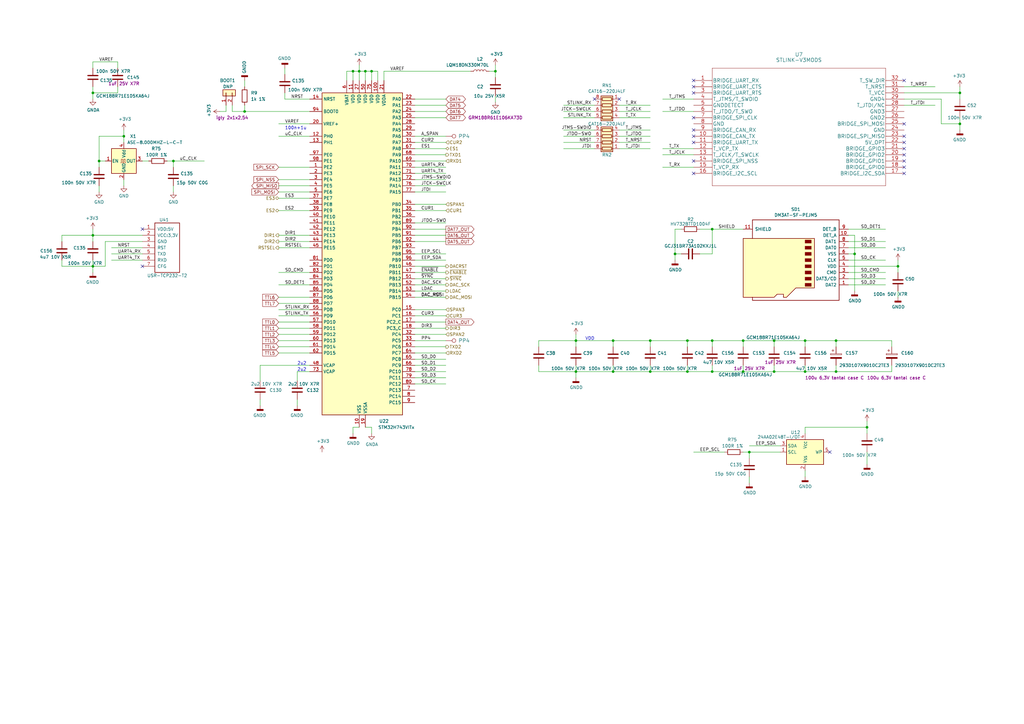
<source format=kicad_sch>
(kicad_sch (version 20230121) (generator eeschema)
  (paper "A3")
  (title_block (title "Compensation coils driver 3x3A for Kasli system") (date "2023-11-17") (rev "3_Artiq") (company "Nicolaus Copernicus University in Toruń") (comment 1 "KL FAMO") (comment 3 "designed by Adam Ledziński"))
  (junction (at 355.6 175.26))
  (junction (at 317.5 139.7))
  (junction (at 71.12 66.04))
  (junction (at 350.52 104.14))
  (junction (at 50.8 55.88))
  (junction (at 304.8 152.4))
  (junction (at 393.7 50.8))
  (junction (at 149.86 29.21))
  (junction (at 368.3 109.22))
  (junction (at 317.5 152.4))
  (junction (at 266.7 152.4))
  (junction (at 147.32 29.21))
  (junction (at 38.1 96.52))
  (junction (at 393.7 38.1))
  (junction (at 276.86 104.14))
  (junction (at 292.1 93.98))
  (junction (at 292.1 152.4))
  (junction (at 292.1 139.7))
  (junction (at 152.4 29.21))
  (junction (at 342.9 139.7))
  (junction (at 330.2 139.7))
  (junction (at 307.34 185.42))
  (junction (at 342.9 152.4))
  (junction (at 100.33 45.72))
  (junction (at 251.46 139.7))
  (junction (at 40.64 66.04))
  (junction (at 236.22 139.7))
  (junction (at 281.94 152.4))
  (junction (at 38.1 38.1))
  (junction (at 281.94 139.7))
  (junction (at 330.2 152.4))
  (junction (at 251.46 152.4))
  (junction (at 38.1 109.22))
  (junction (at 236.22 152.4))
  (junction (at 203.2 29.21))
  (junction (at 266.7 139.7))
  (junction (at 304.8 139.7))
  (junction (at 144.78 29.21))
  (no_connect (at 370.84 68.58))
  (no_connect (at 370.84 58.42))
  (no_connect (at 284.48 33.02))
  (no_connect (at 284.48 71.12))
  (no_connect (at 370.84 55.88))
  (no_connect (at 370.84 33.02))
  (no_connect (at 284.48 55.88))
  (no_connect (at 370.84 66.04))
  (no_connect (at 243.84 40.64))
  (no_connect (at 58.42 93.98))
  (no_connect (at 254 40.64))
  (no_connect (at 284.48 38.1))
  (no_connect (at 370.84 60.96))
  (no_connect (at 284.48 66.04))
  (no_connect (at 370.84 50.8))
  (no_connect (at 340.36 185.42))
  (no_connect (at 370.84 71.12))
  (no_connect (at 284.48 58.42))
  (no_connect (at 284.48 48.26))
  (no_connect (at 370.84 63.5))
  (no_connect (at 284.48 35.56))
  (no_connect (at 58.42 109.22))
  (no_connect (at 284.48 53.34))
  (wire (pts (xy 71.12 76.2) (xy 71.12 78.74)))
  (wire (pts (xy 170.18 66.04) (xy 182.88 66.04)))
  (wire (pts (xy 236.22 154.94) (xy 236.22 152.4)))
  (wire (pts (xy 152.4 29.21) (xy 149.86 29.21)))
  (wire (pts (xy 271.78 60.96) (xy 284.48 60.96)))
  (wire (pts (xy 43.18 109.22) (xy 38.1 109.22)))
  (wire (pts (xy 393.7 50.8) (xy 393.7 53.34)))
  (wire (pts (xy 95.25 45.72) (xy 95.25 43.18)))
  (wire (pts (xy 144.78 177.8) (xy 144.78 175.26)))
  (wire (pts (xy 365.76 152.4) (xy 365.76 149.86)))
  (wire (pts (xy 127 81.28) (xy 114.3 81.28)))
  (wire (pts (xy 127 144.78) (xy 114.3 144.78)))
  (wire (pts (xy 182.88 83.82) (xy 170.18 83.82)))
  (wire (pts (xy 200.66 29.21) (xy 203.2 29.21)))
  (wire (pts (xy 114.3 111.76) (xy 127 111.76)))
  (wire (pts (xy 106.68 149.86) (xy 106.68 156.21)))
  (wire (pts (xy 307.34 182.88) (xy 320.04 182.88)))
  (wire (pts (xy 236.22 152.4) (xy 236.22 149.86)))
  (wire (pts (xy 25.4 96.52) (xy 25.4 99.06)))
  (wire (pts (xy 38.1 111.76) (xy 38.1 109.22)))
  (wire (pts (xy 355.6 172.72) (xy 355.6 175.26)))
  (wire (pts (xy 330.2 195.58) (xy 330.2 193.04)))
  (wire (pts (xy 363.22 101.6) (xy 347.98 101.6)))
  (wire (pts (xy 220.98 152.4) (xy 220.98 149.86)))
  (wire (pts (xy 368.3 109.22) (xy 368.3 106.68)))
  (wire (pts (xy 43.18 99.06) (xy 43.18 109.22)))
  (wire (pts (xy 330.2 177.8) (xy 330.2 175.26)))
  (wire (pts (xy 251.46 139.7) (xy 251.46 142.24)))
  (wire (pts (xy 236.22 139.7) (xy 236.22 142.24)))
  (wire (pts (xy 170.18 55.88) (xy 182.88 55.88)))
  (wire (pts (xy 170.18 114.3) (xy 182.88 114.3)))
  (wire (pts (xy 114.3 129.54) (xy 127 129.54)))
  (wire (pts (xy 142.24 33.02) (xy 142.24 29.21)))
  (wire (pts (xy 231.14 45.72) (xy 243.84 45.72)))
  (wire (pts (xy 144.78 175.26) (xy 147.32 175.26)))
  (wire (pts (xy 292.1 93.98) (xy 292.1 104.14)))
  (wire (pts (xy 271.78 63.5) (xy 284.48 63.5)))
  (wire (pts (xy 370.84 38.1) (xy 393.7 38.1)))
  (wire (pts (xy 25.4 96.52) (xy 38.1 96.52)))
  (wire (pts (xy 40.64 55.88) (xy 50.8 55.88)))
  (wire (pts (xy 152.4 33.02) (xy 152.4 29.21)))
  (wire (pts (xy 231.14 58.42) (xy 243.84 58.42)))
  (wire (pts (xy 142.24 29.21) (xy 144.78 29.21)))
  (wire (pts (xy 127 132.08) (xy 114.3 132.08)))
  (wire (pts (xy 154.94 33.02) (xy 154.94 29.21)))
  (wire (pts (xy 127 121.92) (xy 114.3 121.92)))
  (wire (pts (xy 149.86 29.21) (xy 147.32 29.21)))
  (wire (pts (xy 254 43.18) (xy 266.7 43.18)))
  (wire (pts (xy 342.9 139.7) (xy 365.76 139.7)))
  (wire (pts (xy 58.42 66.04) (xy 60.96 66.04)))
  (wire (pts (xy 317.5 152.4) (xy 330.2 152.4)))
  (wire (pts (xy 386.08 40.64) (xy 386.08 50.8)))
  (wire (pts (xy 157.48 33.02) (xy 157.48 29.21)))
  (wire (pts (xy 236.22 139.7) (xy 236.22 137.16)))
  (wire (pts (xy 127 142.24) (xy 114.3 142.24)))
  (wire (pts (xy 154.94 29.21) (xy 152.4 29.21)))
  (wire (pts (xy 127 40.64) (xy 116.84 40.64)))
  (wire (pts (xy 170.18 121.92) (xy 182.88 121.92)))
  (wire (pts (xy 170.18 48.26) (xy 182.88 48.26)))
  (wire (pts (xy 347.98 96.52) (xy 350.52 96.52)))
  (wire (pts (xy 48.26 25.4) (xy 48.26 27.94)))
  (wire (pts (xy 48.26 38.1) (xy 48.26 35.56)))
  (wire (pts (xy 317.5 139.7) (xy 317.5 142.24)))
  (wire (pts (xy 182.88 86.36) (xy 170.18 86.36)))
  (wire (pts (xy 50.8 73.66) (xy 50.8 76.2)))
  (wire (pts (xy 38.1 109.22) (xy 38.1 106.68)))
  (wire (pts (xy 121.92 163.83) (xy 121.92 166.37)))
  (wire (pts (xy 292.1 152.4) (xy 292.1 149.86)))
  (wire (pts (xy 393.7 38.1) (xy 393.7 40.64)))
  (wire (pts (xy 40.64 76.2) (xy 40.64 78.74)))
  (wire (pts (xy 92.71 45.72) (xy 92.71 43.18)))
  (wire (pts (xy 231.14 60.96) (xy 243.84 60.96)))
  (wire (pts (xy 368.3 109.22) (xy 368.3 111.76)))
  (wire (pts (xy 114.3 96.52) (xy 127 96.52)))
  (wire (pts (xy 370.84 40.64) (xy 386.08 40.64)))
  (wire (pts (xy 170.18 71.12) (xy 182.88 71.12)))
  (wire (pts (xy 342.9 149.86) (xy 342.9 152.4)))
  (wire (pts (xy 370.84 43.18) (xy 383.54 43.18)))
  (wire (pts (xy 330.2 139.7) (xy 342.9 139.7)))
  (wire (pts (xy 127 139.7) (xy 114.3 139.7)))
  (wire (pts (xy 193.04 29.21) (xy 157.48 29.21)))
  (wire (pts (xy 363.22 114.3) (xy 347.98 114.3)))
  (wire (pts (xy 393.7 48.26) (xy 393.7 50.8)))
  (wire (pts (xy 266.7 152.4) (xy 281.94 152.4)))
  (wire (pts (xy 220.98 139.7) (xy 220.98 142.24)))
  (wire (pts (xy 231.14 43.18) (xy 243.84 43.18)))
  (wire (pts (xy 304.8 139.7) (xy 317.5 139.7)))
  (wire (pts (xy 363.22 116.84) (xy 347.98 116.84)))
  (wire (pts (xy 43.18 66.04) (xy 40.64 66.04)))
  (wire (pts (xy 106.68 149.86) (xy 127 149.86)))
  (wire (pts (xy 127 137.16) (xy 114.3 137.16)))
  (wire (pts (xy 170.18 144.78) (xy 182.88 144.78)))
  (wire (pts (xy 114.3 127) (xy 127 127)))
  (wire (pts (xy 363.22 99.06) (xy 347.98 99.06)))
  (wire (pts (xy 254 55.88) (xy 266.7 55.88)))
  (wire (pts (xy 170.18 139.7) (xy 182.88 139.7)))
  (wire (pts (xy 170.18 99.06) (xy 182.88 99.06)))
  (wire (pts (xy 281.94 139.7) (xy 292.1 139.7)))
  (wire (pts (xy 38.1 93.98) (xy 38.1 96.52)))
  (wire (pts (xy 350.52 104.14) (xy 347.98 104.14)))
  (wire (pts (xy 292.1 104.14) (xy 287.02 104.14)))
  (wire (pts (xy 182.88 119.38) (xy 170.18 119.38)))
  (wire (pts (xy 127 134.62) (xy 114.3 134.62)))
  (wire (pts (xy 58.42 99.06) (xy 43.18 99.06)))
  (wire (pts (xy 114.3 116.84) (xy 127 116.84)))
  (wire (pts (xy 271.78 45.72) (xy 284.48 45.72)))
  (wire (pts (xy 40.64 66.04) (xy 40.64 55.88)))
  (wire (pts (xy 266.7 139.7) (xy 266.7 142.24)))
  (wire (pts (xy 363.22 111.76) (xy 347.98 111.76)))
  (wire (pts (xy 254 53.34) (xy 266.7 53.34)))
  (wire (pts (xy 266.7 139.7) (xy 281.94 139.7)))
  (wire (pts (xy 182.88 137.16) (xy 170.18 137.16)))
  (wire (pts (xy 127 45.72) (xy 100.33 45.72)))
  (wire (pts (xy 330.2 175.26) (xy 355.6 175.26)))
  (wire (pts (xy 114.3 101.6) (xy 127 101.6)))
  (wire (pts (xy 292.1 93.98) (xy 304.8 93.98)))
  (wire (pts (xy 317.5 139.7) (xy 330.2 139.7)))
  (wire (pts (xy 182.88 73.66) (xy 170.18 73.66)))
  (wire (pts (xy 147.32 26.67) (xy 147.32 29.21)))
  (wire (pts (xy 121.92 152.4) (xy 127 152.4)))
  (wire (pts (xy 304.8 152.4) (xy 304.8 149.86)))
  (wire (pts (xy 355.6 185.42) (xy 355.6 190.5)))
  (wire (pts (xy 393.7 38.1) (xy 393.7 35.56)))
  (wire (pts (xy 38.1 27.94) (xy 38.1 25.4)))
  (wire (pts (xy 251.46 152.4) (xy 266.7 152.4)))
  (wire (pts (xy 40.64 66.04) (xy 40.64 68.58)))
  (wire (pts (xy 170.18 132.08) (xy 182.88 132.08)))
  (wire (pts (xy 116.84 30.48) (xy 116.84 27.94)))
  (wire (pts (xy 330.2 139.7) (xy 330.2 142.24)))
  (wire (pts (xy 304.8 139.7) (xy 304.8 142.24)))
  (wire (pts (xy 281.94 152.4) (xy 292.1 152.4)))
  (wire (pts (xy 254 48.26) (xy 266.7 48.26)))
  (wire (pts (xy 304.8 185.42) (xy 307.34 185.42)))
  (wire (pts (xy 182.88 78.74) (xy 170.18 78.74)))
  (wire (pts (xy 100.33 43.18) (xy 100.33 45.72)))
  (wire (pts (xy 307.34 185.42) (xy 320.04 185.42)))
  (wire (pts (xy 38.1 25.4) (xy 48.26 25.4)))
  (wire (pts (xy 25.4 109.22) (xy 25.4 106.68)))
  (wire (pts (xy 127 78.74) (xy 114.3 78.74)))
  (wire (pts (xy 100.33 33.02) (xy 100.33 35.56)))
  (wire (pts (xy 170.18 40.64) (xy 182.88 40.64)))
  (wire (pts (xy 363.22 106.68) (xy 347.98 106.68)))
  (wire (pts (xy 330.2 152.4) (xy 342.9 152.4)))
  (wire (pts (xy 170.18 68.58) (xy 182.88 68.58)))
  (wire (pts (xy 127 73.66) (xy 114.3 73.66)))
  (wire (pts (xy 304.8 152.4) (xy 317.5 152.4)))
  (wire (pts (xy 254 45.72) (xy 266.7 45.72)))
  (wire (pts (xy 251.46 139.7) (xy 266.7 139.7)))
  (wire (pts (xy 276.86 93.98) (xy 276.86 104.14)))
  (wire (pts (xy 45.72 101.6) (xy 58.42 101.6)))
  (wire (pts (xy 71.12 66.04) (xy 83.82 66.04)))
  (wire (pts (xy 203.2 26.67) (xy 203.2 29.21)))
  (wire (pts (xy 38.1 40.64) (xy 38.1 38.1)))
  (wire (pts (xy 170.18 147.32) (xy 182.88 147.32)))
  (wire (pts (xy 147.32 29.21) (xy 147.32 33.02)))
  (wire (pts (xy 231.14 48.26) (xy 243.84 48.26)))
  (wire (pts (xy 114.3 50.8) (xy 127 50.8)))
  (wire (pts (xy 127 86.36) (xy 114.3 86.36)))
  (wire (pts (xy 182.88 91.44) (xy 170.18 91.44)))
  (wire (pts (xy 170.18 149.86) (xy 182.88 149.86)))
  (wire (pts (xy 170.18 154.94) (xy 182.88 154.94)))
  (wire (pts (xy 203.2 29.21) (xy 203.2 31.75)))
  (wire (pts (xy 317.5 152.4) (xy 317.5 149.86)))
  (wire (pts (xy 170.18 60.96) (xy 182.88 60.96)))
  (wire (pts (xy 203.2 41.91) (xy 203.2 39.37)))
  (wire (pts (xy 144.78 33.02) (xy 144.78 29.21)))
  (wire (pts (xy 170.18 63.5) (xy 182.88 63.5)))
  (wire (pts (xy 271.78 40.64) (xy 284.48 40.64)))
  (wire (pts (xy 182.88 76.2) (xy 170.18 76.2)))
  (wire (pts (xy 170.18 96.52) (xy 182.88 96.52)))
  (wire (pts (xy 236.22 152.4) (xy 251.46 152.4)))
  (wire (pts (xy 254 60.96) (xy 266.7 60.96)))
  (wire (pts (xy 170.18 43.18) (xy 182.88 43.18)))
  (wire (pts (xy 365.76 142.24) (xy 365.76 139.7)))
  (wire (pts (xy 236.22 139.7) (xy 251.46 139.7)))
  (wire (pts (xy 170.18 157.48) (xy 182.88 157.48)))
  (wire (pts (xy 121.92 152.4) (xy 121.92 156.21)))
  (wire (pts (xy 127 124.46) (xy 114.3 124.46)))
  (wire (pts (xy 170.18 93.98) (xy 182.88 93.98)))
  (wire (pts (xy 170.18 116.84) (xy 182.88 116.84)))
  (wire (pts (xy 292.1 139.7) (xy 304.8 139.7)))
  (wire (pts (xy 355.6 175.26) (xy 355.6 177.8)))
  (wire (pts (xy 144.78 29.21) (xy 147.32 29.21)))
  (wire (pts (xy 50.8 55.88) (xy 50.8 58.42)))
  (wire (pts (xy 25.4 109.22) (xy 38.1 109.22)))
  (wire (pts (xy 38.1 96.52) (xy 38.1 99.06)))
  (wire (pts (xy 231.14 55.88) (xy 243.84 55.88)))
  (wire (pts (xy 347.98 93.98) (xy 363.22 93.98)))
  (wire (pts (xy 116.84 40.64) (xy 116.84 38.1)))
  (wire (pts (xy 149.86 33.02) (xy 149.86 29.21)))
  (wire (pts (xy 114.3 99.06) (xy 127 99.06)))
  (wire (pts (xy 236.22 152.4) (xy 220.98 152.4)))
  (wire (pts (xy 38.1 38.1) (xy 48.26 38.1)))
  (wire (pts (xy 342.9 152.4) (xy 365.76 152.4)))
  (wire (pts (xy 386.08 50.8) (xy 393.7 50.8)))
  (wire (pts (xy 347.98 109.22) (xy 368.3 109.22)))
  (wire (pts (xy 231.14 53.34) (xy 243.84 53.34)))
  (wire (pts (xy 114.3 76.2) (xy 127 76.2)))
  (wire (pts (xy 281.94 152.4) (xy 281.94 149.86)))
  (wire (pts (xy 350.52 96.52) (xy 350.52 104.14)))
  (wire (pts (xy 90.17 45.72) (xy 92.71 45.72)))
  (wire (pts (xy 307.34 195.58) (xy 307.34 198.12)))
  (wire (pts (xy 342.9 142.24) (xy 342.9 139.7)))
  (wire (pts (xy 170.18 111.76) (xy 182.88 111.76)))
  (wire (pts (xy 276.86 104.14) (xy 279.4 104.14)))
  (wire (pts (xy 182.88 109.22) (xy 170.18 109.22)))
  (wire (pts (xy 220.98 139.7) (xy 236.22 139.7)))
  (wire (pts (xy 307.34 185.42) (xy 307.34 187.96)))
  (wire (pts (xy 292.1 152.4) (xy 304.8 152.4)))
  (wire (pts (xy 68.58 66.04) (xy 71.12 66.04)))
  (wire (pts (xy 182.88 127) (xy 170.18 127)))
  (wire (pts (xy 182.88 129.54) (xy 170.18 129.54)))
  (wire (pts (xy 254 58.42) (xy 266.7 58.42)))
  (wire (pts (xy 292.1 142.24) (xy 292.1 139.7)))
  (wire (pts (xy 350.52 119.38) (xy 350.52 104.14)))
  (wire (pts (xy 370.84 35.56) (xy 383.54 35.56)))
  (wire (pts (xy 58.42 96.52) (xy 38.1 96.52)))
  (wire (pts (xy 251.46 152.4) (xy 251.46 149.86)))
  (wire (pts (xy 266.7 152.4) (xy 266.7 149.86)))
  (wire (pts (xy 279.4 93.98) (xy 276.86 93.98)))
  (wire (pts (xy 106.68 163.83) (xy 106.68 166.37)))
  (wire (pts (xy 287.02 93.98) (xy 292.1 93.98)))
  (wire (pts (xy 170.18 142.24) (xy 182.88 142.24)))
  (wire (pts (xy 170.18 106.68) (xy 182.88 106.68)))
  (wire (pts (xy 276.86 106.68) (xy 276.86 104.14)))
  (wire (pts (xy 170.18 152.4) (xy 182.88 152.4)))
  (wire (pts (xy 71.12 66.04) (xy 71.12 68.58)))
  (wire (pts (xy 50.8 53.34) (xy 50.8 55.88)))
  (wire (pts (xy 170.18 45.72) (xy 182.88 45.72)))
  (wire (pts (xy 182.88 58.42) (xy 170.18 58.42)))
  (wire (pts (xy 114.3 55.88) (xy 127 55.88)))
  (wire (pts (xy 284.48 185.42) (xy 297.18 185.42)))
  (wire (pts (xy 58.42 104.14) (xy 45.72 104.14)))
  (wire (pts (xy 152.4 177.8) (xy 152.4 175.26)))
  (wire (pts (xy 38.1 38.1) (xy 38.1 35.56)))
  (wire (pts (xy 100.33 45.72) (xy 95.25 45.72)))
  (wire (pts (xy 152.4 175.26) (xy 149.86 175.26)))
  (wire (pts (xy 182.88 134.62) (xy 170.18 134.62)))
  (wire (pts (xy 281.94 139.7) (xy 281.94 142.24)))
  (wire (pts (xy 170.18 104.14) (xy 182.88 104.14)))
  (wire (pts (xy 271.78 68.58) (xy 284.48 68.58)))
  (wire (pts (xy 127 68.58) (xy 114.3 68.58)))
  (wire (pts (xy 58.42 106.68) (xy 45.72 106.68)))
  (wire (pts (xy 368.3 119.38) (xy 368.3 121.92)))
  (wire (pts (xy 330.2 152.4) (xy 330.2 149.86)))
  (text "6" (at -41.91 38.1 0) (effects (font (size 1.27 1.27)) (justify left bottom)))
  (text "36" (at -43.18 114.3 0) (effects (font (size 1.27 1.27)) (justify left bottom)))
  (text "41" (at -43.18 127 0) (effects (font (size 1.27 1.27)) (justify left bottom)))
  (text "2u2" (at 121.92 152.4 0) (effects (font (size 1.27 1.27)) (justify left bottom)))
  (text "46" (at -43.18 139.7 0) (effects (font (size 1.27 1.27)) (justify left bottom)))
  (text "16" (at -43.18 63.5 0) (effects (font (size 1.27 1.27)) (justify left bottom)))
  (text "2u2" (at 121.92 149.86 0) (effects (font (size 1.27 1.27)) (justify left bottom)))
  (text "11" (at -43.18 50.8 0) (effects (font (size 1.27 1.27)) (justify left bottom)))
  (text "100n+1u" (at 116.84 53.34 0) (effects (font (size 1.27 1.27)) (justify left bottom)))
  (text "31" (at -43.18 101.6 0) (effects (font (size 1.27 1.27)) (justify left bottom)))
  (text "1" (at -41.91 25.4 0) (effects (font (size 1.27 1.27)) (justify left bottom)))
  (text "21" (at -43.18 76.2 0) (effects (font (size 1.27 1.27)) (justify left bottom)))
  (text "51" (at -43.18 152.4 0) (effects (font (size 1.27 1.27)) (justify left bottom)))
  (text "26" (at -43.18 88.9 0) (effects (font (size 1.27 1.27)) (justify left bottom)))
  (text "VDD" (at 240.03 139.7 0) (effects (font (size 1.27 1.27)) (justify left bottom)))
  (label "T_JTMS" (at 256.54 53.34 0))
  (label "~{ENABLE}" (at 172.72 111.76 0))
  (label "EEP_SDA" (at 172.72 106.68 0))
  (label "SD_CMD" (at 116.84 111.76 0))
  (label "STLINK_RX" (at 116.84 127 0))
  (label "DIR1" (at 116.84 96.52 0))
  (label "SD_CMD" (at 353.06 111.76 0))
  (label "T_JCLK" (at 274.32 63.5 0))
  (label "SD_D1" (at 172.72 149.86 0))
  (label "T_JCLK" (at 256.54 45.72 0))
  (label "STLINK_RX" (at 242.57 43.18 180))
  (label "~{SYNC}" (at 172.72 114.3 0))
  (label "CUR1" (at 172.72 86.36 0))
  (label "SD_CK" (at 172.72 157.48 0))
  (label "EEP_SCL" (at 287.02 185.42 0))
  (label "ES2" (at 116.84 86.36 0))
  (label "T_JTDI" (at 256.54 60.96 0))
  (label "SD_D0" (at 353.06 101.6 0))
  (label "LDAC" (at 172.72 119.38 0))
  (label "UART4_RX" (at 48.26 104.14 0))
  (label "JTDO-SWO" (at 172.72 91.44 0))
  (label "VAREF" (at 40.64 25.4 0))
  (label "T_JTDI" (at 373.38 43.18 0))
  (label "UART4_TX" (at 172.72 71.12 0))
  (label "SD_D3" (at 353.06 114.3 0))
  (label "T_TX" (at 274.32 60.96 0))
  (label "A_SPAN" (at 172.72 55.88 0))
  (label "VAREF" (at 160.02 29.21 0))
  (label "SD_DET1" (at 353.06 93.98 0))
  (label "T_NRST" (at 373.38 35.56 0))
  (label "DIR2" (at 116.84 99.06 0))
  (label "T_RX" (at 274.32 68.58 0))
  (label "T_RX" (at 256.54 43.18 0))
  (label "STLINK_TX" (at 116.84 129.54 0))
  (label "VAREF" (at 116.84 50.8 0))
  (label "SD_CK" (at 353.06 106.68 0))
  (label "JTDI" (at 242.57 60.96 180))
  (label "SD_D2" (at 353.06 116.84 0))
  (label "CUR2" (at 172.72 58.42 0))
  (label "RSTSEL" (at 116.84 101.6 0))
  (label "NRST" (at 48.26 101.6 0))
  (label "uC_CLK" (at 116.84 55.88 0))
  (label "SD_DET1" (at 116.84 116.84 0))
  (label "DAC_MOSI" (at 172.72 121.92 0))
  (label "JTMS-SWDIO" (at 172.72 73.66 0))
  (label "ES1" (at 172.72 60.96 0))
  (label "SHIELD" (at 294.64 93.98 0))
  (label "JTDI" (at 172.72 78.74 0))
  (label "SD_D3" (at 172.72 154.94 0))
  (label "STLINK_TX" (at 242.57 48.26 180))
  (label "DIR3" (at 172.72 134.62 0))
  (label "T_JTDO" (at 274.32 45.72 0))
  (label "SD_D1" (at 353.06 99.06 0))
  (label "T_JTDO" (at 256.54 55.88 0))
  (label "DAC_RST" (at 172.72 121.92 0))
  (label "JTCK-SWCLK" (at 242.57 45.72 180))
  (label "NRST" (at 119.38 40.64 0))
  (label "JTCK-SWCLK" (at 172.72 76.2 0))
  (label "CUR3" (at 172.72 129.54 0))
  (label "PP4" (at 172.72 139.7 0))
  (label "ES3" (at 116.84 81.28 0))
  (label "T_TX" (at 256.54 48.26 0))
  (label "UART4_TX" (at 48.26 106.68 0))
  (label "SD_D0" (at 172.72 147.32 0))
  (label "EEP_SDA" (at 309.88 182.88 0))
  (label "T_NRST" (at 256.54 58.42 0))
  (label "EEP_SCL" (at 172.72 104.14 0))
  (label "T_JTMS" (at 274.32 40.64 0))
  (label "NRST" (at 242.57 58.42 180))
  (label "SD_D2" (at 172.72 152.4 0))
  (label "JTDO-SWO" (at 242.57 55.88 180))
  (label "UART4_RX" (at 172.72 68.58 0))
  (label "DAC_SCK" (at 172.72 116.84 0))
  (label "uC_CLK" (at 73.66 66.04 0))
  (label "JTMS-SWDIO" (at 242.57 53.34 180))
  (global_label "TTL4" (shape input) (at 114.3 142.24 180) (property "Intersheetrefs" "${INTERSHEET_REFS}" (effects hide)))
  (global_label "SPI_MOSI" (shape input) (at 114.3 78.74 180) (property "Intersheetrefs" "${INTERSHEET_REFS}" (effects hide)))
  (global_label "TTL7" (shape input) (at 114.3 124.46 180) (property "Intersheetrefs" "${INTERSHEET_REFS}" (effects hide)))
  (global_label "DAT7" (shape bidirectional) (at 182.88 48.26 0) (property "Intersheetrefs" "${INTERSHEET_REFS}" (effects hide)))
  (global_label "TTL2" (shape input) (at 114.3 137.16 180) (property "Intersheetrefs" "${INTERSHEET_REFS}" (effects hide)))
  (global_label "TTL3" (shape input) (at 114.3 139.7 180) (property "Intersheetrefs" "${INTERSHEET_REFS}" (effects hide)))
  (global_label "TTL0" (shape input) (at 114.3 132.08 180) (property "Intersheetrefs" "${INTERSHEET_REFS}" (effects hide)))
  (global_label "DAT4_OUT" (shape output) (at 182.88 132.08 0) (property "Intersheetrefs" "${INTERSHEET_REFS}" (effects hide)))
  (global_label "TTL1" (shape input) (at 114.3 134.62 180) (property "Intersheetrefs" "${INTERSHEET_REFS}" (effects hide)))
  (global_label "DAT7_OUT" (shape output) (at 182.88 93.98 0) (property "Intersheetrefs" "${INTERSHEET_REFS}" (effects hide)))
  (global_label "DAT5_OUT" (shape output) (at 182.88 99.06 0) (property "Intersheetrefs" "${INTERSHEET_REFS}" (effects hide)))
  (global_label "TTL5" (shape input) (at 114.3 144.78 180) (property "Intersheetrefs" "${INTERSHEET_REFS}" (effects hide)))
  (global_label "DAT6" (shape bidirectional) (at 182.88 45.72 0) (property "Intersheetrefs" "${INTERSHEET_REFS}" (effects hide)))
  (global_label "SPI_NSS" (shape input) (at 114.3 73.66 180) (property "Intersheetrefs" "${INTERSHEET_REFS}" (effects hide)))
  (global_label "DAT4" (shape bidirectional) (at 182.88 40.64 0) (property "Intersheetrefs" "${INTERSHEET_REFS}" (effects hide)))
  (global_label "SPI_MISO" (shape output) (at 114.3 76.2 180) (property "Intersheetrefs" "${INTERSHEET_REFS}" (effects hide)))
  (global_label "DAT5" (shape bidirectional) (at 182.88 43.18 0) (property "Intersheetrefs" "${INTERSHEET_REFS}" (effects hide)))
  (global_label "TTL6" (shape input) (at 114.3 121.92 180) (property "Intersheetrefs" "${INTERSHEET_REFS}" (effects hide)))
  (global_label "SPI_SCK" (shape input) (at 114.3 68.58 180) (property "Intersheetrefs" "${INTERSHEET_REFS}" (effects hide)))
  (global_label "DAT6_OUT" (shape output) (at 182.88 96.52 0) (property "Intersheetrefs" "${INTERSHEET_REFS}" (effects hide)))
  (hierarchical_label "RXD1" (shape input) (at 182.88 66.04 0))
  (hierarchical_label "RXD2" (shape input) (at 182.88 144.78 0))
  (hierarchical_label "DIR2" (shape output) (at 114.3 99.06 180))
  (hierarchical_label "CUR3" (shape input) (at 182.88 129.54 0))
  (hierarchical_label "ES3" (shape bidirectional) (at 114.3 81.28 180))
  (hierarchical_label "CUR2" (shape input) (at 182.88 58.42 0))
  (hierarchical_label "~{ENABLE}" (shape output) (at 182.88 111.76 0))
  (hierarchical_label "TXD2" (shape output) (at 182.88 142.24 0))
  (hierarchical_label "SPAN3" (shape input) (at 182.88 127 0))
  (hierarchical_label "DACRST" (shape output) (at 182.88 109.22 0))
  (hierarchical_label "RSTSEL" (shape output) (at 114.3 101.6 180))
  (hierarchical_label "CUR1" (shape input) (at 182.88 86.36 0))
  (hierarchical_label "DAC_SCK" (shape output) (at 182.88 116.84 0))
  (hierarchical_label "DAC_MOSI" (shape output) (at 182.88 121.92 0))
  (hierarchical_label "LDAC" (shape output) (at 182.88 119.38 0))
  (hierarchical_label "ES2" (shape bidirectional) (at 114.3 86.36 180))
  (hierarchical_label "DIR3" (shape output) (at 182.88 134.62 0))
  (hierarchical_label "SPAN1" (shape input) (at 182.88 83.82 0))
  (hierarchical_label "~{SYNC}" (shape output) (at 182.88 114.3 0))
  (hierarchical_label "ES1" (shape bidirectional) (at 182.88 60.96 0))
  (hierarchical_label "DIR1" (shape output) (at 114.3 96.52 180))
  (hierarchical_label "SPAN2" (shape input) (at 182.88 137.16 0))
  (hierarchical_label "TXD1" (shape output) (at 182.88 63.5 0))
  (symbol (lib_id "power:+3V3") (at 132.08 185.42 0) (unit 1)
    (property "Reference" "#PWR093" (effects hide))
    (property "Value" "+3V3" (at 132.461 180.9242 0))
    (instances (project "nucleo_H743" (path "" (reference "#PWR093") (unit 1))) (project "current3x3A_Artiq" (path "" (reference "#PWR043") (unit 1))))
  )
  (symbol (lib_id "power:GNDD") (at 100.33 33.02 180) (unit 1)
    (property "Reference" "#PWR0143" (effects hide))
    (property "Value" "GNDD" (at 100.203 30.226 90) (effects (justify right)))
    (instances (project "nucleo_H743" (path "" (reference "#PWR0143") (unit 1))) (project "current3x3A_Artiq" (path "" (reference "#PWR039") (unit 1))))
  )
  (symbol (lib_id "power:GND") (at 50.8 76.2 0) (unit 1)
    (property "Reference" "#PWR036" (effects hide))
    (property "Value" "GND" (at 50.8 80.3355 0))
  )
  (symbol (lib_id "power:GNDD") (at 307.34 198.12 0) (unit 1)
    (property "Reference" "#PWR0155" (effects hide))
    (property "Value" "GNDD" (at 307.467 202.0824 0))
    (instances (project "nucleo_H743" (path "" (reference "#PWR0155") (unit 1))) (project "current3x3A_Artiq" (path "" (reference "#PWR051") (unit 1))))
  )
  (symbol (lib_id "power:+3V3") (at 38.1 93.98 0) (mirror y) (unit 1)
    (property "Reference" "#PWR0181" (effects hide))
    (property "Value" "+3V3" (at 37.719 89.4842 0))
    (instances (project "nucleo_H743" (path "" (reference "#PWR0181") (unit 1))) (project "current3x3A_Artiq" (path "" (reference "#PWR032") (unit 1))))
  )
  (symbol (lib_id "power:GNDD") (at 355.6 190.5 0) (unit 1)
    (property "Reference" "#PWR0155" (effects hide))
    (property "Value" "GNDD" (at 355.727 194.4624 0))
    (instances (project "nucleo_H743" (path "" (reference "#PWR0155") (unit 1))) (project "current3x3A_Artiq" (path "" (reference "#PWR055") (unit 1))))
  )
  (symbol (lib_id "Device:C") (at 355.6 181.61 0) (unit 1)
    (property "Reference" "C49" (at 358.521 180.4162 0) (effects (justify left)))
    (property "Value" "100n 50V X7R" (at 345.44 186.69 0) (effects (justify left)))
    (property "Footprint" "Capacitor_SMD:C_0603_1608Metric" (effects hide))
    (instances (project "current3x3A_Artiq" (path "" (reference "C49") (unit 1))) (project "c3Av2_A" (path "" (reference "C93") (unit 1)) (path "" (reference "C?") (unit 1))))
  )
  (symbol (lib_id "power:GNDD") (at 121.92 166.37 0) (mirror y) (unit 1)
    (property "Reference" "#PWR0138" (effects hide))
    (property "Value" "GNDD" (at 121.7676 170.3578 0))
    (instances (project "nucleo_H743" (path "" (reference "#PWR0138") (unit 1))) (project "current3x3A_Artiq" (path "" (reference "#PWR042") (unit 1))))
  )
  (symbol (lib_id "power:GNDD") (at 144.78 177.8 0) (unit 1)
    (property "Reference" "#PWR038" (effects hide))
    (property "Value" "GNDD" (at 144.907 181.7624 0))
    (instances (project "nucleo_H743" (path "" (reference "#PWR038") (unit 1))) (project "current3x3A_Artiq" (path "" (reference "#PWR044") (unit 1))))
  )
  (symbol (lib_id "Device:C") (at 251.46 146.05 0) (unit 1)
    (property "Reference" "C40" (at 254.381 144.8562 0) (effects (justify left)))
    (property "Value" "100n 50V X7R" (at 241.3 151.13 0) (effects (justify left)))
    (property "Footprint" "Capacitor_SMD:C_0603_1608Metric" (effects hide))
    (instances (project "current3x3A_Artiq" (path "" (reference "C40") (unit 1))) (project "c3Av2_A" (path "" (reference "C93") (unit 1)) (path "" (reference "C?") (unit 1))))
  )
  (symbol (lib_id "Device:C") (at 40.64 72.39 0) (mirror y) (unit 1)
    (property "Reference" "C135" (at 37.719 71.1962 0) (effects (justify left)))
    (property "Value" "100n 50V X7R" (at 39.37 74.93 0) (effects (justify left)))
    (property "Footprint" "Capacitor_SMD:C_0603_1608Metric" (effects hide))
    (instances (project "Cardio chair" (path "" (reference "C135") (unit 1))) (project "PID_FAMO_v2" (path "" (reference "C135") (unit 1)) (path "" (reference "C?") (unit 1))) (project "current3x3A_Artiq" (path "" (reference "C30") (unit 1))))
  )
  (symbol (lib_id "Device:C") (at 317.5 146.05 0) (unit 1)
    (property "Reference" "C154" (at 321.31 144.78 0) (effects (justify left)))
    (property "Value" "GCM188R71E105KA64J" (at 306.07 138.43 0) (effects (justify left)))
    (property "Footprint" "Capacitor_SMD:C_0603_1608Metric" (effects hide))
    (property "Comm" "1uF 25V X7R" (at 320.04 148.59 0))
    (instances (project "nucleo_H743" (path "" (reference "C154") (unit 1))) (project "current3x3A_Artiq" (path "" (reference "C46") (unit 1))))
  )
  (symbol (lib_id "c3Av2_A-rescue:Micro_SD_Card_Det-Connector") (at 325.12 106.68 180) (unit 1)
    (property "Reference" "SD1" (at 326.39 85.852 0))
    (property "Value" "DM3AT-SF-PEJM5" (at 326.39 88.2142 0))
    (property "Footprint" "Connector_Card:microSD_HC_Hirose_DM3AT-SF-PEJM5" (effects hide))
    (property "Datasheet" "https://www.hirose.com/product/document?clcode=CL0609-0033-6-00&productname=DM3AT-SF-PEJ2M5&series=DM3&documenttype=Catalog&lang=en&documentid=D49662_en" (effects hide))
  )
  (symbol (lib_id "Memory_EEPROM:24AA02-OT") (at 330.2 185.42 0) (mirror y) (unit 1)
    (property "Reference" "U12" (at 328.2441 177.3301 0) (effects (justify left)))
    (property "Value" "24AA02E48T-I/OT" (at 328.2441 179.2511 0) (effects (justify left)))
    (property "Footprint" "Package_TO_SOT_SMD:SOT-23-5" (effects hide))
    (property "Datasheet" "https://ww1.microchip.com/downloads/en/DeviceDoc/24AA02E48-24AA025E48-24AA02E64-24AA025E64-Data-Sheet-20002124H.pdf" (effects hide))
    (instances (project "current3x3A_Artiq" (path "" (reference "U12") (unit 1)) (path "" (reference "U8") (unit 1))))
  )
  (symbol (lib_id "Device:R") (at 300.99 185.42 90) (unit 1)
    (property "Reference" "R75" (at 302.26 180.34 90) (effects (justify left)))
    (property "Value" "100R 1%" (at 304.8 182.88 90) (effects (justify left)))
    (property "Footprint" "Resistor_SMD:R_0603_1608Metric" (effects hide))
    (instances (project "Cardio chair" (path "" (reference "R75") (unit 1))) (project "PID_FAMO_v2" (path "" (reference "R75") (unit 1))) (project "current3x3A_Artiq" (path "" (reference "R10") (unit 1))))
  )
  (symbol (lib_id "power:GND") (at 203.2 41.91 0) (unit 1)
    (property "Reference" "#PWR05" (effects hide))
    (property "Value" "GND" (at 203.2 46.0455 0))
  )
  (symbol (lib_id "power:+3V3") (at 368.3 106.68 0) (unit 1)
    (property "Reference" "#PWR056" (effects hide))
    (property "Value" "+3V3" (at 368.681 102.1842 0))
    (instances (project "current3x3A_Artiq" (path "" (reference "#PWR056") (unit 1))) (project "c3Av2_A" (path "" (reference "#PWR0166") (unit 1))))
  )
  (symbol (lib_id "Device:C") (at 25.4 102.87 0) (mirror y) (unit 1)
    (property "Reference" "C156" (at 21.59 102.87 0) (effects (justify left)))
    (property "Value" "4u7 10V X5R" (at 29.21 105.41 0) (effects (justify left)))
    (property "Footprint" "Capacitor_SMD:C_0603_1608Metric" (effects hide))
    (instances (project "nucleo_H743" (path "" (reference "C156") (unit 1))) (project "current3x3A_Artiq" (path "" (reference "C27") (unit 1))))
  )
  (symbol (lib_id "power:GNDD") (at 236.22 154.94 0) (unit 1)
    (property "Reference" "#PWR0155" (effects hide))
    (property "Value" "GNDD" (at 236.347 158.9024 0))
    (instances (project "nucleo_H743" (path "" (reference "#PWR0155") (unit 1))) (project "current3x3A_Artiq" (path "" (reference "#PWR050") (unit 1))))
  )
  (symbol (lib_id "Device:C") (at 307.34 191.77 0) (mirror y) (unit 1)
    (property "Reference" "C135" (at 304.419 190.5762 0) (effects (justify left)))
    (property "Value" "15p 50V C0G" (at 306.07 194.31 0) (effects (justify left)))
    (property "Footprint" "Capacitor_SMD:C_0603_1608Metric" (effects hide))
    (instances (project "Cardio chair" (path "" (reference "C135") (unit 1))) (project "PID_FAMO_v2" (path "" (reference "C135") (unit 1)) (path "" (reference "C?") (unit 1))) (project "current3x3A_Artiq" (path "" (reference "C44") (unit 1))))
  )
  (symbol (lib_id "power:GNDD") (at 116.84 27.94 180) (unit 1)
    (property "Reference" "#PWR0147" (effects hide))
    (property "Value" "GNDD" (at 116.6876 23.9522 0))
    (instances (project "nucleo_H743" (path "" (reference "#PWR0147") (unit 1))) (project "current3x3A_Artiq" (path "" (reference "#PWR041") (unit 1))))
  )
  (symbol (lib_id "power:GND") (at 71.12 78.74 0) (unit 1)
    (property "Reference" "#PWR037" (effects hide))
    (property "Value" "GND" (at 71.12 82.8755 0))
  )
  (symbol (lib_id "power:GNDD") (at 276.86 106.68 0) (unit 1)
    (property "Reference" "#PWR0155" (effects hide))
    (property "Value" "GNDD" (at 276.987 110.6424 0))
    (instances (project "nucleo_H743" (path "" (reference "#PWR0155") (unit 1))) (project "current3x3A_Artiq" (path "" (reference "#PWR0140") (unit 1))))
  )
  (symbol (lib_id "MCU_ST_STM32H7:STM32H743VITx") (at 147.32 104.14 0) (unit 1)
    (property "Reference" "U22" (at 157.48 172.72 0))
    (property "Value" "STM32H743VITx" (at 162.56 175.26 0))
    (property "Footprint" "Package_QFP:LQFP-100_14x14mm_P0.5mm" (effects hide))
    (property "Datasheet" "https://www.st.com/resource/en/datasheet/stm32h743vi.pdf" (effects hide))
    (instances (project "nucleo_H743" (path "" (reference "U22") (unit 1))) (project "current3x3A_Artiq" (path "" (reference "U6") (unit 1))))
  )
  (symbol (lib_id "ff:STLINK-V3MODS") (at 284.48 33.02 0) (unit 1)
    (property "Reference" "U7" (at 327.66 22.3662 0) (effects (font (size 1.524 1.524))))
    (property "Value" "STLINK-V3MODS" (at 327.66 24.6204 0) (effects (font (size 1.524 1.524))))
    (property "Footprint" "ff_lib_7:STLINK-V3MODS" (effects hide))
    (property "Datasheet" "https://www.st.com/content/ccc/resource/technical/document/user_manual/group1/00/14/17/68/0f/01/48/01/DM00555046/files/DM00555046.pdf/jcr:content/translations/en.DM00555046.pdf" (effects hide))
  )
  (symbol (lib_id "power:GNDD") (at 393.7 53.34 0) (mirror y) (unit 1)
    (property "Reference" "#PWR0185" (effects hide))
    (property "Value" "GNDD" (at 393.573 57.3024 0))
    (instances (project "nucleo_H743" (path "" (reference "#PWR0185") (unit 1))) (project "current3x3A_Artiq" (path "" (reference "#PWR059") (unit 1))))
  )
  (symbol (lib_id "power:GNDD") (at 368.3 121.92 0) (unit 1)
    (property "Reference" "#PWR057" (effects hide))
    (property "Value" "GNDD" (at 368.427 125.8824 0))
    (instances (project "current3x3A_Artiq" (path "" (reference "#PWR057") (unit 1))) (project "c3Av2_A" (path "" (reference "#PWR0167") (unit 1))))
  )
  (symbol (lib_id "nucleo_H743-rescue:+3.3V-power") (at 203.2 26.67 0) (unit 1)
    (property "Reference" "#PWR05" (effects hide))
    (property "Value" "+3.3V" (at 203.581 22.1742 0))
    (instances (project "nucleo_H743" (path "" (reference "#PWR05") (unit 1))) (project "current3x3A_Artiq" (path "" (reference "#PWR047") (unit 1))))
  )
  (symbol (lib_id "power:GNDA") (at 152.4 177.8 0) (unit 1)
    (property "Reference" "#PWR094" (effects hide))
    (property "Value" "GNDA" (at 152.527 182.2958 0))
    (instances (project "nucleo_H743" (path "" (reference "#PWR094") (unit 1))) (project "current3x3A_Artiq" (path "" (reference "#PWR046") (unit 1))))
  )
  (symbol (lib_id "Connector:TestPoint") (at 182.88 55.88 270) (unit 1)
    (property "Reference" "PP4" (at 187.96 55.88 90) (effects (font (size 1.524 1.524)) (justify left)))
    (property "Value" "PAD" (effects hide))
    (property "Footprint" "TestPoint:TestPoint_THTPad_1.5x1.5mm_Drill0.7mm" (effects hide))
    (instances (project "c100AvA" (path "" (reference "PP4") (unit 1))) (project "current3x3A_Artiq" (path "" (reference "PP3") (unit 1)) (path "" (reference "PP3") (unit 1)) (path "" (reference "A_SPAN1") (unit 1))))
  )
  (symbol (lib_id "Device:C") (at 283.21 104.14 90) (unit 1)
    (property "Reference" "C2" (at 283.21 98.9711 90))
    (property "Value" "GCJ31BR73A102KXJ1L" (at 283.21 100.8921 90))
    (property "Footprint" "Capacitor_SMD:C_1206_3216Metric" (effects hide))
    (instances (project "current3x3A_Artiq" (path "" (reference "C2") (unit 1)) (path "" (reference "C20") (unit 1))))
  )
  (symbol (lib_id "Connector_Generic:Conn_01x02") (at 92.71 38.1 90) (unit 1)
    (property "Reference" "BOOT1" (at 90.17 33.02 90) (effects (justify right)))
    (property "Value" "DNP" (at 91.44 35.56 90) (effects (justify right)))
    (property "Footprint" "Connector_PinHeader_2.54mm:PinHeader_1x02_P2.54mm_Vertical" (effects hide))
    (property "Comm" "igły 2x1x2,54" (at 95.25 48.26 90))
    (instances (project "nucleo_H743" (path "" (reference "BOOT1") (unit 1))) (project "current3x3A_Artiq" (path "" (reference "BOOT0") (unit 1))))
  )
  (symbol (lib_id "Device:R") (at 64.77 66.04 90) (unit 1)
    (property "Reference" "R75" (at 66.04 60.96 90) (effects (justify left)))
    (property "Value" "100R 1%" (at 68.58 63.5 90) (effects (justify left)))
    (property "Footprint" "Resistor_SMD:R_0603_1608Metric" (effects hide))
    (instances (project "Cardio chair" (path "" (reference "R75") (unit 1))) (project "PID_FAMO_v2" (path "" (reference "R75") (unit 1))) (project "current3x3A_Artiq" (path "" (reference "R8") (unit 1))))
  )
  (symbol (lib_id "nucleo_H743-rescue:CP-Device") (at 342.9 146.05 0) (unit 1)
    (property "Reference" "C157" (at 346.71 144.78 0) (effects (justify left)))
    (property "Value" "293D107X9010C2TE3" (at 344.17 149.86 0) (effects (justify left)))
    (property "Footprint" "Capacitor_Tantalum_SMD:CP_EIA-7132-28_AVX-C" (effects hide))
    (property "Comm" "100u 6,3V tantal case C" (at 330.2 154.94 0) (effects (justify left)))
    (instances (project "nucleo_H743" (path "" (reference "C157") (unit 1))) (project "current3x3A_Artiq" (path "" (reference "C48") (unit 1))))
  )
  (symbol (lib_id "Connector:TestPoint") (at 182.88 139.7 270) (unit 1)
    (property "Reference" "PP4" (at 187.96 139.7 90) (effects (font (size 1.524 1.524)) (justify left)))
    (property "Value" "PAD" (effects hide))
    (property "Footprint" "TestPoint:TestPoint_THTPad_1.5x1.5mm_Drill0.7mm" (effects hide))
    (instances (project "c100AvA" (path "" (reference "PP4") (unit 1))) (project "current3x3A_Artiq" (path "" (reference "PP3") (unit 1)) (path "" (reference "PP3") (unit 1)) (path "" (reference "PP4") (unit 1))))
  )
  (symbol (lib_id "Device:C") (at 281.94 146.05 0) (unit 1)
    (property "Reference" "C42" (at 284.861 144.8562 0) (effects (justify left)))
    (property "Value" "100n 50V X7R" (at 271.78 151.13 0) (effects (justify left)))
    (property "Footprint" "Capacitor_SMD:C_0603_1608Metric" (effects hide))
    (instances (project "current3x3A_Artiq" (path "" (reference "C42") (unit 1))) (project "c3Av2_A" (path "" (reference "C93") (unit 1)) (path "" (reference "C?") (unit 1))))
  )
  (symbol (lib_id "nucleo_H743-rescue:+3.3V-power") (at 147.32 26.67 0) (unit 1)
    (property "Reference" "#PWR0148" (effects hide))
    (property "Value" "+3.3V" (at 147.701 22.1742 0))
    (instances (project "nucleo_H743" (path "" (reference "#PWR0148") (unit 1))) (project "current3x3A_Artiq" (path "" (reference "#PWR045") (unit 1))))
  )
  (symbol (lib_id "Device:C") (at 368.3 115.57 0) (unit 1)
    (property "Reference" "C50" (at 371.221 114.3762 0) (effects (justify left)))
    (property "Value" "100n 50V X7R" (at 358.14 120.65 0) (effects (justify left)))
    (property "Footprint" "Capacitor_SMD:C_0603_1608Metric" (effects hide))
    (instances (project "current3x3A_Artiq" (path "" (reference "C50") (unit 1))) (project "c3Av2_A" (path "" (reference "C93") (unit 1)) (path "" (reference "C?") (unit 1))))
  )
  (symbol (lib_id "Device:C") (at 304.8 146.05 0) (unit 1)
    (property "Reference" "C153" (at 308.61 144.78 0) (effects (justify left)))
    (property "Value" "GCM188R71E105KA64J" (at 294.64 153.67 0) (effects (justify left)))
    (property "Footprint" "Capacitor_SMD:C_0603_1608Metric" (effects hide))
    (property "Comm" "1uF 25V X7R" (at 307.34 151.13 0))
    (instances (project "nucleo_H743" (path "" (reference "C153") (unit 1))) (project "current3x3A_Artiq" (path "" (reference "C45") (unit 1))))
  )
  (symbol (lib_id "power:+3V3") (at 355.6 172.72 0) (unit 1)
    (property "Reference" "#PWR0152" (effects hide))
    (property "Value" "+3V3" (at 355.981 168.2242 0))
    (instances (project "nucleo_H743" (path "" (reference "#PWR0152") (unit 1))) (project "current3x3A_Artiq" (path "" (reference "#PWR054") (unit 1))))
  )
  (symbol (lib_id "ff:USR-TCP232-T2") (at 68.58 101.6 0) (mirror x) (unit 1)
    (property "Reference" "U41" (at 67.31 90.17 0))
    (property "Value" "USR-TCP232-T2" (at 68.58 113.03 0))
    (property "Footprint" "ff_lib_7:USR-TC232-T2" (effects hide))
    (instances (project "nucleo_H743" (path "" (reference "U41") (unit 1))) (project "current3x3A_Artiq" (path "" (reference "U5") (unit 1))))
  )
  (symbol (lib_id "Device:C") (at 38.1 31.75 0) (mirror x) (unit 1)
    (property "Reference" "C135" (at 41.021 32.9438 0) (effects (justify left)))
    (property "Value" "100n 50V X7R" (at 39.37 29.21 0) (effects (justify left)))
    (property "Footprint" "Capacitor_SMD:C_0603_1608Metric" (effects hide))
    (instances (project "Cardio chair" (path "" (reference "C135") (unit 1))) (project "PID_FAMO_v2" (path "" (reference "C135") (unit 1)) (path "" (reference "C?") (unit 1))) (project "current3x3A_Artiq" (path "" (reference "C28") (unit 1))))
  )
  (symbol (lib_id "Device:R") (at 100.33 39.37 0) (unit 1)
    (property "Reference" "R9" (at 102.87 38.1 0) (effects (justify left)))
    (property "Value" "1k 1%" (at 102.87 40.64 0) (effects (justify left)))
    (property "Footprint" "Resistor_SMD:R_0603_1608Metric" (effects hide))
  )
  (symbol (lib_id "power:+3V3") (at 236.22 137.16 0) (unit 1)
    (property "Reference" "#PWR0152" (effects hide))
    (property "Value" "+3V3" (at 236.601 132.6642 0))
    (instances (project "nucleo_H743" (path "" (reference "#PWR0152") (unit 1))) (project "current3x3A_Artiq" (path "" (reference "#PWR049") (unit 1))))
  )
  (symbol (lib_id "Device:C") (at 71.12 72.39 0) (unit 1)
    (property "Reference" "C135" (at 74.041 71.1962 0) (effects (justify left)))
    (property "Value" "15p 50V C0G" (at 72.39 74.93 0) (effects (justify left)))
    (property "Footprint" "Capacitor_SMD:C_0603_1608Metric" (effects hide))
    (instances (project "Cardio chair" (path "" (reference "C135") (unit 1))) (project "PID_FAMO_v2" (path "" (reference "C135") (unit 1)) (path "" (reference "C?") (unit 1))) (project "current3x3A_Artiq" (path "" (reference "C32") (unit 1))))
  )
  (symbol (lib_id "Device:C") (at 48.26 31.75 0) (unit 1)
    (property "Reference" "C145" (at 52.07 31.75 0) (effects (justify left)))
    (property "Value" "GCM188R71E105KA64J" (at 39.37 39.37 0) (effects (justify left)))
    (property "Footprint" "Capacitor_SMD:C_0603_1608Metric" (effects hide))
    (property "Comm" "1uF 25V X7R" (at 50.8 34.29 0))
    (instances (project "nucleo_H743" (path "" (reference "C145") (unit 1))) (project "current3x3A_Artiq" (path "" (reference "C31") (unit 1))))
  )
  (symbol (lib_id "Device:C") (at 266.7 146.05 0) (unit 1)
    (property "Reference" "C41" (at 269.621 144.8562 0) (effects (justify left)))
    (property "Value" "100n 50V X7R" (at 256.54 151.13 0) (effects (justify left)))
    (property "Footprint" "Capacitor_SMD:C_0603_1608Metric" (effects hide))
    (instances (project "current3x3A_Artiq" (path "" (reference "C41") (unit 1))) (project "c3Av2_A" (path "" (reference "C93") (unit 1)) (path "" (reference "C?") (unit 1))))
  )
  (symbol (lib_id "power:+3V3") (at 50.8 53.34 0) (unit 1)
    (property "Reference" "#PWR0138" (effects hide))
    (property "Value" "+3V3" (at 51.181 48.8442 0))
    (instances (project "Cardio chair" (path "" (reference "#PWR0138") (unit 1))) (project "PID_FAMO_v2" (path "" (reference "#PWR0138") (unit 1))) (project "current3x3A_Artiq" (path "" (reference "#PWR035") (unit 1))))
  )
  (symbol (lib_id "Device:C") (at 121.92 160.02 0) (mirror x) (unit 1)
    (property "Reference" "C132" (at 125.73 160.02 0) (effects (justify left)))
    (property "Value" "2u2 10V X7R" (at 118.11 157.48 0) (effects (justify left)))
    (property "Footprint" "Capacitor_SMD:C_0603_1608Metric" (effects hide))
    (instances (project "nucleo_H743" (path "" (reference "C132") (unit 1))) (project "current3x3A_Artiq" (path "" (reference "C35") (unit 1))))
  )
  (symbol (lib_id "Device:C") (at 236.22 146.05 0) (unit 1)
    (property "Reference" "C39" (at 239.141 144.8562 0) (effects (justify left)))
    (property "Value" "100n 50V X7R" (at 226.06 151.13 0) (effects (justify left)))
    (property "Footprint" "Capacitor_SMD:C_0603_1608Metric" (effects hide))
    (instances (project "current3x3A_Artiq" (path "" (reference "C39") (unit 1))) (project "c3Av2_A" (path "" (reference "C93") (unit 1)) (path "" (reference "C?") (unit 1))))
  )
  (symbol (lib_id "power:GNDD") (at 330.2 195.58 0) (unit 1)
    (property "Reference" "#PWR0155" (effects hide))
    (property "Value" "GNDD" (at 330.327 199.5424 0))
    (instances (project "nucleo_H743" (path "" (reference "#PWR0155") (unit 1))) (project "current3x3A_Artiq" (path "" (reference "#PWR052") (unit 1))))
  )
  (symbol (lib_id "Device:R_Pack04") (at 248.92 45.72 90) (mirror x) (unit 1)
    (property "Reference" "RN1" (at 248.92 35.052 90))
    (property "Value" "CAT16-220J4LF" (at 248.92 37.4142 90))
    (property "Footprint" "Resistor_SMD:R_Array_Concave_4x0603" (effects hide))
  )
  (symbol (lib_id "power:GND") (at 40.64 78.74 0) (unit 1)
    (property "Reference" "#PWR034" (effects hide))
    (property "Value" "GND" (at 40.64 82.8755 0))
  )
  (symbol (lib_id "nucleo_H743-rescue:CP-Device") (at 365.76 146.05 0) (unit 1)
    (property "Reference" "C160" (at 369.57 144.78 0) (effects (justify left)))
    (property "Value" "293D107X9010C2TE3" (at 367.03 149.86 0) (effects (justify left)))
    (property "Footprint" "Capacitor_Tantalum_SMD:CP_EIA-7132-28_AVX-C" (effects hide))
    (property "Comm" "100u 6,3V tantal case C" (at 355.6 154.94 0) (effects (justify left)))
    (instances (project "nucleo_H743" (path "" (reference "C160") (unit 1))) (project "current3x3A_Artiq" (path "" (reference "C51") (unit 1))))
  )
  (symbol (lib_id "power:GNDD") (at 106.68 166.37 0) (mirror y) (unit 1)
    (property "Reference" "#PWR0137" (effects hide))
    (property "Value" "GNDD" (at 106.5276 170.3578 0))
    (instances (project "nucleo_H743" (path "" (reference "#PWR0137") (unit 1))) (project "current3x3A_Artiq" (path "" (reference "#PWR040") (unit 1))))
  )
  (symbol (lib_id "Device:C") (at 38.1 102.87 0) (mirror y) (unit 1)
    (property "Reference" "C135" (at 35.179 101.6762 0) (effects (justify left)))
    (property "Value" "100n 50V X7R" (at 41.91 107.95 0) (effects (justify left)))
    (property "Footprint" "Capacitor_SMD:C_0603_1608Metric" (effects hide))
    (instances (project "Cardio chair" (path "" (reference "C135") (unit 1))) (project "PID_FAMO_v2" (path "" (reference "C135") (unit 1)) (path "" (reference "C?") (unit 1))) (project "current3x3A_Artiq" (path "" (reference "C29") (unit 1))))
  )
  (symbol (lib_id "Device:C") (at 330.2 146.05 0) (unit 1)
    (property "Reference" "C156" (at 334.01 144.78 0) (effects (justify left)))
    (property "Value" "4u7 10V X5R" (at 326.39 151.13 0) (effects (justify left)))
    (property "Footprint" "Capacitor_SMD:C_0603_1608Metric" (effects hide))
    (instances (project "nucleo_H743" (path "" (reference "C156") (unit 1))) (project "current3x3A_Artiq" (path "" (reference "C47") (unit 1))))
  )
  (symbol (lib_id "power:GNDD") (at 38.1 111.76 0) (mirror y) (unit 1)
    (property "Reference" "#PWR0182" (effects hide))
    (property "Value" "GNDD" (at 37.973 115.7224 0))
    (instances (project "nucleo_H743" (path "" (reference "#PWR0182") (unit 1))) (project "current3x3A_Artiq" (path "" (reference "#PWR033") (unit 1))))
  )
  (symbol (lib_id "Device:R_Pack04") (at 248.92 55.88 90) (unit 1)
    (property "Reference" "RN2" (at 248.92 63.5 90))
    (property "Value" "CAT16-220J4LF" (at 248.92 50.8 90))
    (property "Footprint" "Resistor_SMD:R_Array_Concave_4x0603" (effects hide))
  )
  (symbol (lib_id "Device:C") (at 292.1 146.05 0) (unit 1)
    (property "Reference" "C156" (at 295.91 144.78 0) (effects (justify left)))
    (property "Value" "4u7 10V X5R" (at 288.29 148.59 0) (effects (justify left)))
    (property "Footprint" "Capacitor_SMD:C_0603_1608Metric" (effects hide))
    (instances (project "nucleo_H743" (path "" (reference "C156") (unit 1))) (project "current3x3A_Artiq" (path "" (reference "C43") (unit 1))))
  )
  (symbol (lib_id "Device:C") (at 220.98 146.05 0) (unit 1)
    (property "Reference" "C38" (at 223.901 144.8562 0) (effects (justify left)))
    (property "Value" "100n 50V X7R" (effects hide))
    (property "Footprint" "Capacitor_SMD:C_0603_1608Metric" (effects hide))
    (instances (project "current3x3A_Artiq" (path "" (reference "C38") (unit 1))) (project "c3Av2_A" (path "" (reference "C93") (unit 1)) (path "" (reference "C?") (unit 1))))
  )
  (symbol (lib_id "power:GNDD") (at 350.52 119.38 0) (unit 1)
    (property "Reference" "#PWR053" (effects hide))
    (property "Value" "GNDD" (at 350.647 123.3424 0))
    (instances (project "current3x3A_Artiq" (path "" (reference "#PWR053") (unit 1))) (project "c3Av2_A" (path "" (reference "#PWR0164") (unit 1))))
  )
  (symbol (lib_id "power:+3V3") (at 90.17 45.72 90) (unit 1)
    (property "Reference" "#PWR0145" (effects hide))
    (property "Value" "+3V3" (at 85.6742 45.339 0))
    (instances (project "nucleo_H743" (path "" (reference "#PWR0145") (unit 1))) (project "current3x3A_Artiq" (path "" (reference "#PWR038") (unit 1))))
  )
  (symbol (lib_id "Device:C") (at 116.84 34.29 0) (unit 1)
    (property "Reference" "C135" (at 119.761 33.0962 0) (effects (justify left)))
    (property "Value" "100n 50V X7R" (at 118.11 36.83 0) (effects (justify left)))
    (property "Footprint" "Capacitor_SMD:C_0603_1608Metric" (effects hide))
    (instances (project "Cardio chair" (path "" (reference "C135") (unit 1))) (project "PID_FAMO_v2" (path "" (reference "C135") (unit 1)) (path "" (reference "C?") (unit 1))) (project "current3x3A_Artiq" (path "" (reference "C34") (unit 1))))
  )
  (symbol (lib_id "Oscillator:ASE-xxxMHz") (at 50.8 66.04 0) (unit 1)
    (property "Reference" "X1" (at 54.61 55.88 0))
    (property "Value" "ASE-8.000MHZ-L-C-T" (at 63.5 58.42 0))
    (property "Footprint" "ff_lib_7:Oscillator_SMD_Abracon_ASE-4Pin_3.2x2.5mm" (effects hide))
    (property "Datasheet" "http://www.abracon.com/Oscillators/ASV.pdf" (effects hide))
  )
  (symbol (lib_id "power:+3V3") (at 393.7 35.56 0) (mirror y) (unit 1)
    (property "Reference" "#PWR0184" (effects hide))
    (property "Value" "+3V3" (at 393.319 31.0642 0))
    (instances (project "nucleo_H743" (path "" (reference "#PWR0184") (unit 1))) (project "current3x3A_Artiq" (path "" (reference "#PWR058") (unit 1))))
  )
  (symbol (lib_id "Device:C") (at 106.68 160.02 0) (mirror x) (unit 1)
    (property "Reference" "C130" (at 110.49 160.02 0) (effects (justify left)))
    (property "Value" "2u2 10V X7R" (at 102.87 157.48 0) (effects (justify left)))
    (property "Footprint" "Capacitor_SMD:C_0603_1608Metric" (effects hide))
    (instances (project "nucleo_H743" (path "" (reference "C130") (unit 1))) (project "current3x3A_Artiq" (path "" (reference "C33") (unit 1))))
  )
  (symbol (lib_id "power:GNDA") (at 38.1 40.64 0) (unit 1)
    (property "Reference" "#PWR0151" (effects hide))
    (property "Value" "GNDA" (at 38.227 45.1358 0))
    (instances (project "nucleo_H743" (path "" (reference "#PWR0151") (unit 1))) (project "current3x3A_Artiq" (path "" (reference "#PWR031") (unit 1))))
  )
  (symbol (lib_id "Device:R") (at 283.21 93.98 90) (unit 1)
    (property "Reference" "R2" (at 283.21 89.9541 90))
    (property "Value" "HV732BTTD1004F" (at 283.21 91.8751 90))
    (property "Footprint" "Resistor_SMD:R_1206_3216Metric" (effects hide))
    (instances (project "current3x3A_Artiq" (path "" (reference "R2") (unit 1)) (path "" (reference "R32") (unit 1))))
  )
  (symbol (lib_id "Device:C") (at 203.2 35.56 0) (unit 1)
    (property "Reference" "C2" (at 195.58 35.56 0) (effects (justify left)))
    (property "Value" "10u 25V X5R" (at 194.31 39.37 0) (effects (justify left)))
    (property "Footprint" "Capacitor_SMD:C_0603_1608Metric" (effects hide))
    (property "Comm" "GRM188R61E106KA73D" (at 203.2 48.26 0))
    (instances (project "nucleo_H743" (path "" (reference "C2") (unit 1))) (project "current3x3A_Artiq" (path "" (reference "C36") (unit 1))))
  )
  (symbol (lib_id "Device:L") (at 196.85 29.21 90) (unit 1)
    (property "Reference" "L2" (at 196.85 24.2316 90))
    (property "Value" "LQM18DN330M70L" (at 191.77 26.67 90))
    (property "Footprint" "Inductor_SMD:L_0603_1608Metric" (effects hide))
    (property "Comm" "LQM18DZ330M70L" (effects hide))
  )
  (symbol (lib_id "Device:C") (at 393.7 44.45 0) (unit 1)
    (property "Reference" "C52" (at 396.621 43.2562 0) (effects (justify left)))
    (property "Value" "100n 50V X7R" (at 388.62 48.26 0) (effects (justify left)))
    (property "Footprint" "Capacitor_SMD:C_0603_1608Metric" (effects hide))
    (instances (project "current3x3A_Artiq" (path "" (reference "C52") (unit 1))) (project "c3Av2_A" (path "" (reference "C93") (unit 1)) (path "" (reference "C?") (unit 1))))
  )
)
</source>
